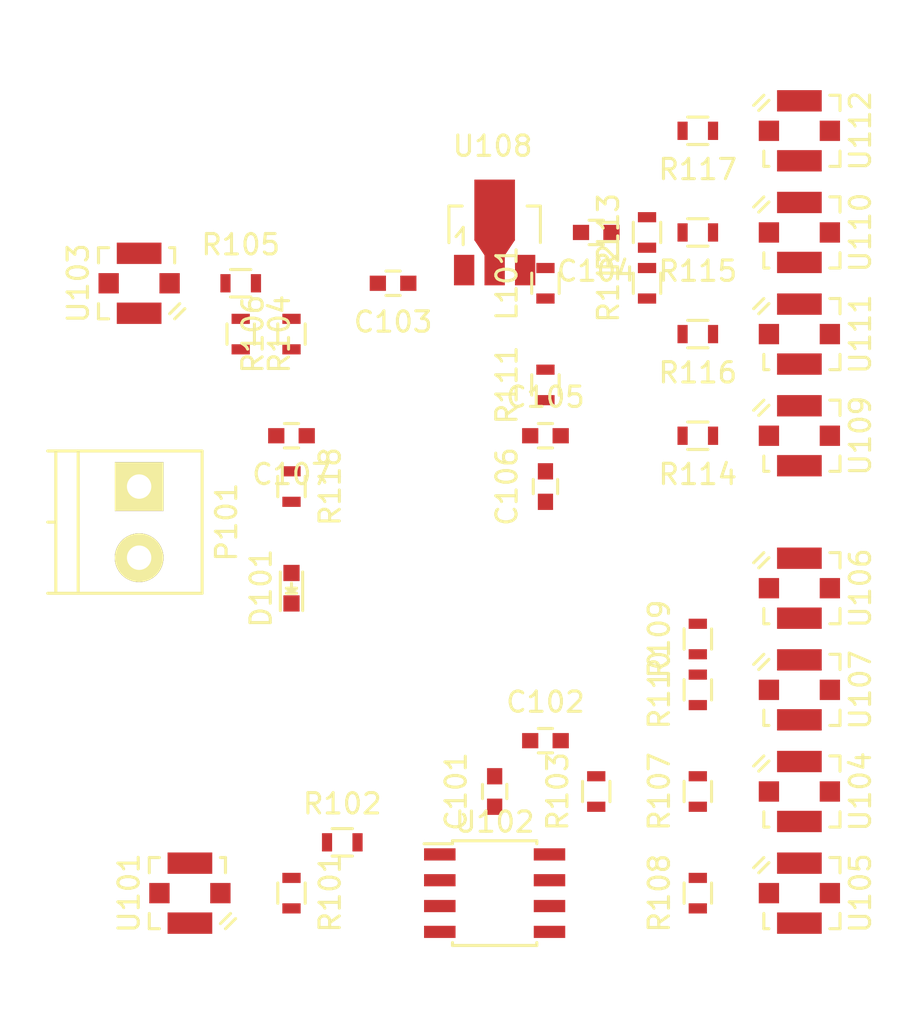
<source format=kicad_pcb>
(kicad_pcb (version 4) (host pcbnew 4.0.4-stable)

  (general
    (links 88)
    (no_connects 88)
    (area 0 0 0 0)
    (thickness 1.6)
    (drawings 0)
    (tracks 0)
    (zones 0)
    (modules 40)
    (nets 22)
  )

  (page A4)
  (layers
    (0 F.Cu signal)
    (31 B.Cu signal)
    (32 B.Adhes user)
    (33 F.Adhes user)
    (34 B.Paste user)
    (35 F.Paste user)
    (36 B.SilkS user)
    (37 F.SilkS user)
    (38 B.Mask user)
    (39 F.Mask user)
    (40 Dwgs.User user)
    (41 Cmts.User user)
    (42 Eco1.User user)
    (43 Eco2.User user)
    (44 Edge.Cuts user)
    (45 Margin user)
    (46 B.CrtYd user)
    (47 F.CrtYd user)
    (48 B.Fab user)
    (49 F.Fab user)
  )

  (setup
    (last_trace_width 0.25)
    (trace_clearance 0.2)
    (zone_clearance 0.508)
    (zone_45_only no)
    (trace_min 0.2)
    (segment_width 0.2)
    (edge_width 0.15)
    (via_size 0.6)
    (via_drill 0.4)
    (via_min_size 0.4)
    (via_min_drill 0.3)
    (uvia_size 0.3)
    (uvia_drill 0.1)
    (uvias_allowed no)
    (uvia_min_size 0.2)
    (uvia_min_drill 0.1)
    (pcb_text_width 0.3)
    (pcb_text_size 1.5 1.5)
    (mod_edge_width 0.15)
    (mod_text_size 1 1)
    (mod_text_width 0.15)
    (pad_size 1.524 1.524)
    (pad_drill 0.762)
    (pad_to_mask_clearance 0.2)
    (aux_axis_origin 0 0)
    (visible_elements FFFFFF7F)
    (pcbplotparams
      (layerselection 0x00030_80000001)
      (usegerberextensions false)
      (excludeedgelayer true)
      (linewidth 0.100000)
      (plotframeref false)
      (viasonmask false)
      (mode 1)
      (useauxorigin false)
      (hpglpennumber 1)
      (hpglpenspeed 20)
      (hpglpendiameter 15)
      (hpglpenoverlay 2)
      (psnegative false)
      (psa4output false)
      (plotreference true)
      (plotvalue true)
      (plotinvisibletext false)
      (padsonsilk false)
      (subtractmaskfromsilk false)
      (outputformat 1)
      (mirror false)
      (drillshape 1)
      (scaleselection 1)
      (outputdirectory ""))
  )

  (net 0 "")
  (net 1 GND)
  (net 2 +5V)
  (net 3 "Net-(C103-Pad1)")
  (net 4 "Net-(C103-Pad2)")
  (net 5 "Net-(C104-Pad1)")
  (net 6 "Net-(C104-Pad2)")
  (net 7 "Net-(C105-Pad1)")
  (net 8 "Net-(R101-Pad1)")
  (net 9 "Net-(R102-Pad2)")
  (net 10 "Net-(R103-Pad1)")
  (net 11 "Net-(R104-Pad1)")
  (net 12 "Net-(R107-Pad2)")
  (net 13 "Net-(R108-Pad2)")
  (net 14 "Net-(R109-Pad2)")
  (net 15 "Net-(R110-Pad2)")
  (net 16 "Net-(R113-Pad1)")
  (net 17 "Net-(R114-Pad1)")
  (net 18 "Net-(R115-Pad1)")
  (net 19 "Net-(R116-Pad1)")
  (net 20 "Net-(R117-Pad1)")
  (net 21 "Net-(D101-Pad2)")

  (net_class Default "This is the default net class."
    (clearance 0.2)
    (trace_width 0.25)
    (via_dia 0.6)
    (via_drill 0.4)
    (uvia_dia 0.3)
    (uvia_drill 0.1)
    (add_net +5V)
    (add_net GND)
    (add_net "Net-(C103-Pad1)")
    (add_net "Net-(C103-Pad2)")
    (add_net "Net-(C104-Pad1)")
    (add_net "Net-(C104-Pad2)")
    (add_net "Net-(C105-Pad1)")
    (add_net "Net-(D101-Pad2)")
    (add_net "Net-(R101-Pad1)")
    (add_net "Net-(R102-Pad2)")
    (add_net "Net-(R103-Pad1)")
    (add_net "Net-(R104-Pad1)")
    (add_net "Net-(R107-Pad2)")
    (add_net "Net-(R108-Pad2)")
    (add_net "Net-(R109-Pad2)")
    (add_net "Net-(R110-Pad2)")
    (add_net "Net-(R113-Pad1)")
    (add_net "Net-(R114-Pad1)")
    (add_net "Net-(R115-Pad1)")
    (add_net "Net-(R116-Pad1)")
    (add_net "Net-(R117-Pad1)")
  )

  (module Capacitors_SMD:C_0603 (layer F.Cu) (tedit 5415D631) (tstamp 580EF768)
    (at 160 82.5 90)
    (descr "Capacitor SMD 0603, reflow soldering, AVX (see smccp.pdf)")
    (tags "capacitor 0603")
    (path /580F2CDA)
    (attr smd)
    (fp_text reference C101 (at 0 -1.9 90) (layer F.SilkS)
      (effects (font (size 1 1) (thickness 0.15)))
    )
    (fp_text value "10 nF" (at 0 1.9 90) (layer F.Fab)
      (effects (font (size 1 1) (thickness 0.15)))
    )
    (fp_line (start -1.45 -0.75) (end 1.45 -0.75) (layer F.CrtYd) (width 0.05))
    (fp_line (start -1.45 0.75) (end 1.45 0.75) (layer F.CrtYd) (width 0.05))
    (fp_line (start -1.45 -0.75) (end -1.45 0.75) (layer F.CrtYd) (width 0.05))
    (fp_line (start 1.45 -0.75) (end 1.45 0.75) (layer F.CrtYd) (width 0.05))
    (fp_line (start -0.35 -0.6) (end 0.35 -0.6) (layer F.SilkS) (width 0.15))
    (fp_line (start 0.35 0.6) (end -0.35 0.6) (layer F.SilkS) (width 0.15))
    (pad 1 smd rect (at -0.75 0 90) (size 0.8 0.75) (layers F.Cu F.Paste F.Mask)
      (net 1 GND))
    (pad 2 smd rect (at 0.75 0 90) (size 0.8 0.75) (layers F.Cu F.Paste F.Mask)
      (net 2 +5V))
    (model Capacitors_SMD.3dshapes/C_0603.wrl
      (at (xyz 0 0 0))
      (scale (xyz 1 1 1))
      (rotate (xyz 0 0 0))
    )
  )

  (module Capacitors_SMD:C_0603 (layer F.Cu) (tedit 5415D631) (tstamp 580EF76E)
    (at 162.5 80)
    (descr "Capacitor SMD 0603, reflow soldering, AVX (see smccp.pdf)")
    (tags "capacitor 0603")
    (path /580F3005)
    (attr smd)
    (fp_text reference C102 (at 0 -1.9) (layer F.SilkS)
      (effects (font (size 1 1) (thickness 0.15)))
    )
    (fp_text value "100 nF" (at 0 1.9) (layer F.Fab)
      (effects (font (size 1 1) (thickness 0.15)))
    )
    (fp_line (start -1.45 -0.75) (end 1.45 -0.75) (layer F.CrtYd) (width 0.05))
    (fp_line (start -1.45 0.75) (end 1.45 0.75) (layer F.CrtYd) (width 0.05))
    (fp_line (start -1.45 -0.75) (end -1.45 0.75) (layer F.CrtYd) (width 0.05))
    (fp_line (start 1.45 -0.75) (end 1.45 0.75) (layer F.CrtYd) (width 0.05))
    (fp_line (start -0.35 -0.6) (end 0.35 -0.6) (layer F.SilkS) (width 0.15))
    (fp_line (start 0.35 0.6) (end -0.35 0.6) (layer F.SilkS) (width 0.15))
    (pad 1 smd rect (at -0.75 0) (size 0.8 0.75) (layers F.Cu F.Paste F.Mask)
      (net 1 GND))
    (pad 2 smd rect (at 0.75 0) (size 0.8 0.75) (layers F.Cu F.Paste F.Mask)
      (net 2 +5V))
    (model Capacitors_SMD.3dshapes/C_0603.wrl
      (at (xyz 0 0 0))
      (scale (xyz 1 1 1))
      (rotate (xyz 0 0 0))
    )
  )

  (module Capacitors_SMD:C_0603 (layer F.Cu) (tedit 5415D631) (tstamp 580EF774)
    (at 155 57.5 180)
    (descr "Capacitor SMD 0603, reflow soldering, AVX (see smccp.pdf)")
    (tags "capacitor 0603")
    (path /580F0A88)
    (attr smd)
    (fp_text reference C103 (at 0 -1.9 180) (layer F.SilkS)
      (effects (font (size 1 1) (thickness 0.15)))
    )
    (fp_text value "10 nF" (at 0 1.9 180) (layer F.Fab)
      (effects (font (size 1 1) (thickness 0.15)))
    )
    (fp_line (start -1.45 -0.75) (end 1.45 -0.75) (layer F.CrtYd) (width 0.05))
    (fp_line (start -1.45 0.75) (end 1.45 0.75) (layer F.CrtYd) (width 0.05))
    (fp_line (start -1.45 -0.75) (end -1.45 0.75) (layer F.CrtYd) (width 0.05))
    (fp_line (start 1.45 -0.75) (end 1.45 0.75) (layer F.CrtYd) (width 0.05))
    (fp_line (start -0.35 -0.6) (end 0.35 -0.6) (layer F.SilkS) (width 0.15))
    (fp_line (start 0.35 0.6) (end -0.35 0.6) (layer F.SilkS) (width 0.15))
    (pad 1 smd rect (at -0.75 0 180) (size 0.8 0.75) (layers F.Cu F.Paste F.Mask)
      (net 3 "Net-(C103-Pad1)"))
    (pad 2 smd rect (at 0.75 0 180) (size 0.8 0.75) (layers F.Cu F.Paste F.Mask)
      (net 4 "Net-(C103-Pad2)"))
    (model Capacitors_SMD.3dshapes/C_0603.wrl
      (at (xyz 0 0 0))
      (scale (xyz 1 1 1))
      (rotate (xyz 0 0 0))
    )
  )

  (module Capacitors_SMD:C_0603 (layer F.Cu) (tedit 5415D631) (tstamp 580EF77A)
    (at 165 55 180)
    (descr "Capacitor SMD 0603, reflow soldering, AVX (see smccp.pdf)")
    (tags "capacitor 0603")
    (path /580F0198)
    (attr smd)
    (fp_text reference C104 (at 0 -1.9 180) (layer F.SilkS)
      (effects (font (size 1 1) (thickness 0.15)))
    )
    (fp_text value "10 nF" (at 0 1.9 180) (layer F.Fab)
      (effects (font (size 1 1) (thickness 0.15)))
    )
    (fp_line (start -1.45 -0.75) (end 1.45 -0.75) (layer F.CrtYd) (width 0.05))
    (fp_line (start -1.45 0.75) (end 1.45 0.75) (layer F.CrtYd) (width 0.05))
    (fp_line (start -1.45 -0.75) (end -1.45 0.75) (layer F.CrtYd) (width 0.05))
    (fp_line (start 1.45 -0.75) (end 1.45 0.75) (layer F.CrtYd) (width 0.05))
    (fp_line (start -0.35 -0.6) (end 0.35 -0.6) (layer F.SilkS) (width 0.15))
    (fp_line (start 0.35 0.6) (end -0.35 0.6) (layer F.SilkS) (width 0.15))
    (pad 1 smd rect (at -0.75 0 180) (size 0.8 0.75) (layers F.Cu F.Paste F.Mask)
      (net 5 "Net-(C104-Pad1)"))
    (pad 2 smd rect (at 0.75 0 180) (size 0.8 0.75) (layers F.Cu F.Paste F.Mask)
      (net 6 "Net-(C104-Pad2)"))
    (model Capacitors_SMD.3dshapes/C_0603.wrl
      (at (xyz 0 0 0))
      (scale (xyz 1 1 1))
      (rotate (xyz 0 0 0))
    )
  )

  (module Capacitors_SMD:C_0603 (layer F.Cu) (tedit 5415D631) (tstamp 580EF780)
    (at 162.5 65)
    (descr "Capacitor SMD 0603, reflow soldering, AVX (see smccp.pdf)")
    (tags "capacitor 0603")
    (path /580F0396)
    (attr smd)
    (fp_text reference C105 (at 0 -1.9) (layer F.SilkS)
      (effects (font (size 1 1) (thickness 0.15)))
    )
    (fp_text value "10 nF" (at 0 1.9) (layer F.Fab)
      (effects (font (size 1 1) (thickness 0.15)))
    )
    (fp_line (start -1.45 -0.75) (end 1.45 -0.75) (layer F.CrtYd) (width 0.05))
    (fp_line (start -1.45 0.75) (end 1.45 0.75) (layer F.CrtYd) (width 0.05))
    (fp_line (start -1.45 -0.75) (end -1.45 0.75) (layer F.CrtYd) (width 0.05))
    (fp_line (start 1.45 -0.75) (end 1.45 0.75) (layer F.CrtYd) (width 0.05))
    (fp_line (start -0.35 -0.6) (end 0.35 -0.6) (layer F.SilkS) (width 0.15))
    (fp_line (start 0.35 0.6) (end -0.35 0.6) (layer F.SilkS) (width 0.15))
    (pad 1 smd rect (at -0.75 0) (size 0.8 0.75) (layers F.Cu F.Paste F.Mask)
      (net 7 "Net-(C105-Pad1)"))
    (pad 2 smd rect (at 0.75 0) (size 0.8 0.75) (layers F.Cu F.Paste F.Mask)
      (net 1 GND))
    (model Capacitors_SMD.3dshapes/C_0603.wrl
      (at (xyz 0 0 0))
      (scale (xyz 1 1 1))
      (rotate (xyz 0 0 0))
    )
  )

  (module Capacitors_SMD:C_0603 (layer F.Cu) (tedit 5415D631) (tstamp 580EF786)
    (at 162.5 67.5 90)
    (descr "Capacitor SMD 0603, reflow soldering, AVX (see smccp.pdf)")
    (tags "capacitor 0603")
    (path /580F03F8)
    (attr smd)
    (fp_text reference C106 (at 0 -1.9 90) (layer F.SilkS)
      (effects (font (size 1 1) (thickness 0.15)))
    )
    (fp_text value "100 nF" (at 0 1.9 90) (layer F.Fab)
      (effects (font (size 1 1) (thickness 0.15)))
    )
    (fp_line (start -1.45 -0.75) (end 1.45 -0.75) (layer F.CrtYd) (width 0.05))
    (fp_line (start -1.45 0.75) (end 1.45 0.75) (layer F.CrtYd) (width 0.05))
    (fp_line (start -1.45 -0.75) (end -1.45 0.75) (layer F.CrtYd) (width 0.05))
    (fp_line (start 1.45 -0.75) (end 1.45 0.75) (layer F.CrtYd) (width 0.05))
    (fp_line (start -0.35 -0.6) (end 0.35 -0.6) (layer F.SilkS) (width 0.15))
    (fp_line (start 0.35 0.6) (end -0.35 0.6) (layer F.SilkS) (width 0.15))
    (pad 1 smd rect (at -0.75 0 90) (size 0.8 0.75) (layers F.Cu F.Paste F.Mask)
      (net 7 "Net-(C105-Pad1)"))
    (pad 2 smd rect (at 0.75 0 90) (size 0.8 0.75) (layers F.Cu F.Paste F.Mask)
      (net 1 GND))
    (model Capacitors_SMD.3dshapes/C_0603.wrl
      (at (xyz 0 0 0))
      (scale (xyz 1 1 1))
      (rotate (xyz 0 0 0))
    )
  )

  (module Resistors_SMD:R_0603 (layer F.Cu) (tedit 5415CC62) (tstamp 580EF78C)
    (at 162.5 57.5 90)
    (descr "Resistor SMD 0603, reflow soldering, Vishay (see dcrcw.pdf)")
    (tags "resistor 0603")
    (path /580F020C)
    (attr smd)
    (fp_text reference L101 (at 0 -1.9 90) (layer F.SilkS)
      (effects (font (size 1 1) (thickness 0.15)))
    )
    (fp_text value "6.8 uH" (at 0 1.9 90) (layer F.Fab)
      (effects (font (size 1 1) (thickness 0.15)))
    )
    (fp_line (start -1.3 -0.8) (end 1.3 -0.8) (layer F.CrtYd) (width 0.05))
    (fp_line (start -1.3 0.8) (end 1.3 0.8) (layer F.CrtYd) (width 0.05))
    (fp_line (start -1.3 -0.8) (end -1.3 0.8) (layer F.CrtYd) (width 0.05))
    (fp_line (start 1.3 -0.8) (end 1.3 0.8) (layer F.CrtYd) (width 0.05))
    (fp_line (start 0.5 0.675) (end -0.5 0.675) (layer F.SilkS) (width 0.15))
    (fp_line (start -0.5 -0.675) (end 0.5 -0.675) (layer F.SilkS) (width 0.15))
    (pad 1 smd rect (at -0.75 0 90) (size 0.5 0.9) (layers F.Cu F.Paste F.Mask)
      (net 7 "Net-(C105-Pad1)"))
    (pad 2 smd rect (at 0.75 0 90) (size 0.5 0.9) (layers F.Cu F.Paste F.Mask)
      (net 6 "Net-(C104-Pad2)"))
    (model Resistors_SMD.3dshapes/R_0603.wrl
      (at (xyz 0 0 0))
      (scale (xyz 1 1 1))
      (rotate (xyz 0 0 0))
    )
  )

  (module Resistors_SMD:R_0603 (layer F.Cu) (tedit 5415CC62) (tstamp 580EF792)
    (at 150 87.5 270)
    (descr "Resistor SMD 0603, reflow soldering, Vishay (see dcrcw.pdf)")
    (tags "resistor 0603")
    (path /580F42D1)
    (attr smd)
    (fp_text reference R101 (at 0 -1.9 270) (layer F.SilkS)
      (effects (font (size 1 1) (thickness 0.15)))
    )
    (fp_text value DNP (at 0 1.9 270) (layer F.Fab)
      (effects (font (size 1 1) (thickness 0.15)))
    )
    (fp_line (start -1.3 -0.8) (end 1.3 -0.8) (layer F.CrtYd) (width 0.05))
    (fp_line (start -1.3 0.8) (end 1.3 0.8) (layer F.CrtYd) (width 0.05))
    (fp_line (start -1.3 -0.8) (end -1.3 0.8) (layer F.CrtYd) (width 0.05))
    (fp_line (start 1.3 -0.8) (end 1.3 0.8) (layer F.CrtYd) (width 0.05))
    (fp_line (start 0.5 0.675) (end -0.5 0.675) (layer F.SilkS) (width 0.15))
    (fp_line (start -0.5 -0.675) (end 0.5 -0.675) (layer F.SilkS) (width 0.15))
    (pad 1 smd rect (at -0.75 0 270) (size 0.5 0.9) (layers F.Cu F.Paste F.Mask)
      (net 8 "Net-(R101-Pad1)"))
    (pad 2 smd rect (at 0.75 0 270) (size 0.5 0.9) (layers F.Cu F.Paste F.Mask)
      (net 1 GND))
    (model Resistors_SMD.3dshapes/R_0603.wrl
      (at (xyz 0 0 0))
      (scale (xyz 1 1 1))
      (rotate (xyz 0 0 0))
    )
  )

  (module Resistors_SMD:R_0603 (layer F.Cu) (tedit 5415CC62) (tstamp 580EF798)
    (at 152.5 85)
    (descr "Resistor SMD 0603, reflow soldering, Vishay (see dcrcw.pdf)")
    (tags "resistor 0603")
    (path /580F4009)
    (attr smd)
    (fp_text reference R102 (at 0 -1.9) (layer F.SilkS)
      (effects (font (size 1 1) (thickness 0.15)))
    )
    (fp_text value DNP (at 0 1.9) (layer F.Fab)
      (effects (font (size 1 1) (thickness 0.15)))
    )
    (fp_line (start -1.3 -0.8) (end 1.3 -0.8) (layer F.CrtYd) (width 0.05))
    (fp_line (start -1.3 0.8) (end 1.3 0.8) (layer F.CrtYd) (width 0.05))
    (fp_line (start -1.3 -0.8) (end -1.3 0.8) (layer F.CrtYd) (width 0.05))
    (fp_line (start 1.3 -0.8) (end 1.3 0.8) (layer F.CrtYd) (width 0.05))
    (fp_line (start 0.5 0.675) (end -0.5 0.675) (layer F.SilkS) (width 0.15))
    (fp_line (start -0.5 -0.675) (end 0.5 -0.675) (layer F.SilkS) (width 0.15))
    (pad 1 smd rect (at -0.75 0) (size 0.5 0.9) (layers F.Cu F.Paste F.Mask)
      (net 8 "Net-(R101-Pad1)"))
    (pad 2 smd rect (at 0.75 0) (size 0.5 0.9) (layers F.Cu F.Paste F.Mask)
      (net 9 "Net-(R102-Pad2)"))
    (model Resistors_SMD.3dshapes/R_0603.wrl
      (at (xyz 0 0 0))
      (scale (xyz 1 1 1))
      (rotate (xyz 0 0 0))
    )
  )

  (module Resistors_SMD:R_0603 (layer F.Cu) (tedit 5415CC62) (tstamp 580EF79E)
    (at 165 82.5 90)
    (descr "Resistor SMD 0603, reflow soldering, Vishay (see dcrcw.pdf)")
    (tags "resistor 0603")
    (path /580F3326)
    (attr smd)
    (fp_text reference R103 (at 0 -1.9 90) (layer F.SilkS)
      (effects (font (size 1 1) (thickness 0.15)))
    )
    (fp_text value 10k (at 0 1.9 90) (layer F.Fab)
      (effects (font (size 1 1) (thickness 0.15)))
    )
    (fp_line (start -1.3 -0.8) (end 1.3 -0.8) (layer F.CrtYd) (width 0.05))
    (fp_line (start -1.3 0.8) (end 1.3 0.8) (layer F.CrtYd) (width 0.05))
    (fp_line (start -1.3 -0.8) (end -1.3 0.8) (layer F.CrtYd) (width 0.05))
    (fp_line (start 1.3 -0.8) (end 1.3 0.8) (layer F.CrtYd) (width 0.05))
    (fp_line (start 0.5 0.675) (end -0.5 0.675) (layer F.SilkS) (width 0.15))
    (fp_line (start -0.5 -0.675) (end 0.5 -0.675) (layer F.SilkS) (width 0.15))
    (pad 1 smd rect (at -0.75 0 90) (size 0.5 0.9) (layers F.Cu F.Paste F.Mask)
      (net 10 "Net-(R103-Pad1)"))
    (pad 2 smd rect (at 0.75 0 90) (size 0.5 0.9) (layers F.Cu F.Paste F.Mask)
      (net 2 +5V))
    (model Resistors_SMD.3dshapes/R_0603.wrl
      (at (xyz 0 0 0))
      (scale (xyz 1 1 1))
      (rotate (xyz 0 0 0))
    )
  )

  (module Resistors_SMD:R_0603 (layer F.Cu) (tedit 5415CC62) (tstamp 580EF7A4)
    (at 147.5 60 270)
    (descr "Resistor SMD 0603, reflow soldering, Vishay (see dcrcw.pdf)")
    (tags "resistor 0603")
    (path /580F1156)
    (attr smd)
    (fp_text reference R104 (at 0 -1.9 270) (layer F.SilkS)
      (effects (font (size 1 1) (thickness 0.15)))
    )
    (fp_text value DNP (at 0 1.9 270) (layer F.Fab)
      (effects (font (size 1 1) (thickness 0.15)))
    )
    (fp_line (start -1.3 -0.8) (end 1.3 -0.8) (layer F.CrtYd) (width 0.05))
    (fp_line (start -1.3 0.8) (end 1.3 0.8) (layer F.CrtYd) (width 0.05))
    (fp_line (start -1.3 -0.8) (end -1.3 0.8) (layer F.CrtYd) (width 0.05))
    (fp_line (start 1.3 -0.8) (end 1.3 0.8) (layer F.CrtYd) (width 0.05))
    (fp_line (start 0.5 0.675) (end -0.5 0.675) (layer F.SilkS) (width 0.15))
    (fp_line (start -0.5 -0.675) (end 0.5 -0.675) (layer F.SilkS) (width 0.15))
    (pad 1 smd rect (at -0.75 0 270) (size 0.5 0.9) (layers F.Cu F.Paste F.Mask)
      (net 11 "Net-(R104-Pad1)"))
    (pad 2 smd rect (at 0.75 0 270) (size 0.5 0.9) (layers F.Cu F.Paste F.Mask)
      (net 1 GND))
    (model Resistors_SMD.3dshapes/R_0603.wrl
      (at (xyz 0 0 0))
      (scale (xyz 1 1 1))
      (rotate (xyz 0 0 0))
    )
  )

  (module Resistors_SMD:R_0603 (layer F.Cu) (tedit 5415CC62) (tstamp 580EF7AA)
    (at 147.5 57.5)
    (descr "Resistor SMD 0603, reflow soldering, Vishay (see dcrcw.pdf)")
    (tags "resistor 0603")
    (path /580F1045)
    (attr smd)
    (fp_text reference R105 (at 0 -1.9) (layer F.SilkS)
      (effects (font (size 1 1) (thickness 0.15)))
    )
    (fp_text value JMP (at 0 1.9) (layer F.Fab)
      (effects (font (size 1 1) (thickness 0.15)))
    )
    (fp_line (start -1.3 -0.8) (end 1.3 -0.8) (layer F.CrtYd) (width 0.05))
    (fp_line (start -1.3 0.8) (end 1.3 0.8) (layer F.CrtYd) (width 0.05))
    (fp_line (start -1.3 -0.8) (end -1.3 0.8) (layer F.CrtYd) (width 0.05))
    (fp_line (start 1.3 -0.8) (end 1.3 0.8) (layer F.CrtYd) (width 0.05))
    (fp_line (start 0.5 0.675) (end -0.5 0.675) (layer F.SilkS) (width 0.15))
    (fp_line (start -0.5 -0.675) (end 0.5 -0.675) (layer F.SilkS) (width 0.15))
    (pad 1 smd rect (at -0.75 0) (size 0.5 0.9) (layers F.Cu F.Paste F.Mask)
      (net 11 "Net-(R104-Pad1)"))
    (pad 2 smd rect (at 0.75 0) (size 0.5 0.9) (layers F.Cu F.Paste F.Mask)
      (net 4 "Net-(C103-Pad2)"))
    (model Resistors_SMD.3dshapes/R_0603.wrl
      (at (xyz 0 0 0))
      (scale (xyz 1 1 1))
      (rotate (xyz 0 0 0))
    )
  )

  (module Resistors_SMD:R_0603 (layer F.Cu) (tedit 5415CC62) (tstamp 580EF7B0)
    (at 150 60 90)
    (descr "Resistor SMD 0603, reflow soldering, Vishay (see dcrcw.pdf)")
    (tags "resistor 0603")
    (path /580F13AF)
    (attr smd)
    (fp_text reference R106 (at 0 -1.9 90) (layer F.SilkS)
      (effects (font (size 1 1) (thickness 0.15)))
    )
    (fp_text value DNP (at 0 1.9 90) (layer F.Fab)
      (effects (font (size 1 1) (thickness 0.15)))
    )
    (fp_line (start -1.3 -0.8) (end 1.3 -0.8) (layer F.CrtYd) (width 0.05))
    (fp_line (start -1.3 0.8) (end 1.3 0.8) (layer F.CrtYd) (width 0.05))
    (fp_line (start -1.3 -0.8) (end -1.3 0.8) (layer F.CrtYd) (width 0.05))
    (fp_line (start 1.3 -0.8) (end 1.3 0.8) (layer F.CrtYd) (width 0.05))
    (fp_line (start 0.5 0.675) (end -0.5 0.675) (layer F.SilkS) (width 0.15))
    (fp_line (start -0.5 -0.675) (end 0.5 -0.675) (layer F.SilkS) (width 0.15))
    (pad 1 smd rect (at -0.75 0 90) (size 0.5 0.9) (layers F.Cu F.Paste F.Mask)
      (net 1 GND))
    (pad 2 smd rect (at 0.75 0 90) (size 0.5 0.9) (layers F.Cu F.Paste F.Mask)
      (net 4 "Net-(C103-Pad2)"))
    (model Resistors_SMD.3dshapes/R_0603.wrl
      (at (xyz 0 0 0))
      (scale (xyz 1 1 1))
      (rotate (xyz 0 0 0))
    )
  )

  (module Resistors_SMD:R_0603 (layer F.Cu) (tedit 5415CC62) (tstamp 580EF7B6)
    (at 170 82.5 90)
    (descr "Resistor SMD 0603, reflow soldering, Vishay (see dcrcw.pdf)")
    (tags "resistor 0603")
    (path /580F2251)
    (attr smd)
    (fp_text reference R107 (at 0 -1.9 90) (layer F.SilkS)
      (effects (font (size 1 1) (thickness 0.15)))
    )
    (fp_text value DNP (at 0 1.9 90) (layer F.Fab)
      (effects (font (size 1 1) (thickness 0.15)))
    )
    (fp_line (start -1.3 -0.8) (end 1.3 -0.8) (layer F.CrtYd) (width 0.05))
    (fp_line (start -1.3 0.8) (end 1.3 0.8) (layer F.CrtYd) (width 0.05))
    (fp_line (start -1.3 -0.8) (end -1.3 0.8) (layer F.CrtYd) (width 0.05))
    (fp_line (start 1.3 -0.8) (end 1.3 0.8) (layer F.CrtYd) (width 0.05))
    (fp_line (start 0.5 0.675) (end -0.5 0.675) (layer F.SilkS) (width 0.15))
    (fp_line (start -0.5 -0.675) (end 0.5 -0.675) (layer F.SilkS) (width 0.15))
    (pad 1 smd rect (at -0.75 0 90) (size 0.5 0.9) (layers F.Cu F.Paste F.Mask)
      (net 1 GND))
    (pad 2 smd rect (at 0.75 0 90) (size 0.5 0.9) (layers F.Cu F.Paste F.Mask)
      (net 12 "Net-(R107-Pad2)"))
    (model Resistors_SMD.3dshapes/R_0603.wrl
      (at (xyz 0 0 0))
      (scale (xyz 1 1 1))
      (rotate (xyz 0 0 0))
    )
  )

  (module Resistors_SMD:R_0603 (layer F.Cu) (tedit 5415CC62) (tstamp 580EF7BC)
    (at 170 87.5 90)
    (descr "Resistor SMD 0603, reflow soldering, Vishay (see dcrcw.pdf)")
    (tags "resistor 0603")
    (path /580F2306)
    (attr smd)
    (fp_text reference R108 (at 0 -1.9 90) (layer F.SilkS)
      (effects (font (size 1 1) (thickness 0.15)))
    )
    (fp_text value DNP (at 0 1.9 90) (layer F.Fab)
      (effects (font (size 1 1) (thickness 0.15)))
    )
    (fp_line (start -1.3 -0.8) (end 1.3 -0.8) (layer F.CrtYd) (width 0.05))
    (fp_line (start -1.3 0.8) (end 1.3 0.8) (layer F.CrtYd) (width 0.05))
    (fp_line (start -1.3 -0.8) (end -1.3 0.8) (layer F.CrtYd) (width 0.05))
    (fp_line (start 1.3 -0.8) (end 1.3 0.8) (layer F.CrtYd) (width 0.05))
    (fp_line (start 0.5 0.675) (end -0.5 0.675) (layer F.SilkS) (width 0.15))
    (fp_line (start -0.5 -0.675) (end 0.5 -0.675) (layer F.SilkS) (width 0.15))
    (pad 1 smd rect (at -0.75 0 90) (size 0.5 0.9) (layers F.Cu F.Paste F.Mask)
      (net 1 GND))
    (pad 2 smd rect (at 0.75 0 90) (size 0.5 0.9) (layers F.Cu F.Paste F.Mask)
      (net 13 "Net-(R108-Pad2)"))
    (model Resistors_SMD.3dshapes/R_0603.wrl
      (at (xyz 0 0 0))
      (scale (xyz 1 1 1))
      (rotate (xyz 0 0 0))
    )
  )

  (module Resistors_SMD:R_0603 (layer F.Cu) (tedit 5415CC62) (tstamp 580EF7C2)
    (at 170 75 90)
    (descr "Resistor SMD 0603, reflow soldering, Vishay (see dcrcw.pdf)")
    (tags "resistor 0603")
    (path /580F1E00)
    (attr smd)
    (fp_text reference R109 (at 0 -1.9 90) (layer F.SilkS)
      (effects (font (size 1 1) (thickness 0.15)))
    )
    (fp_text value DNP (at 0 1.9 90) (layer F.Fab)
      (effects (font (size 1 1) (thickness 0.15)))
    )
    (fp_line (start -1.3 -0.8) (end 1.3 -0.8) (layer F.CrtYd) (width 0.05))
    (fp_line (start -1.3 0.8) (end 1.3 0.8) (layer F.CrtYd) (width 0.05))
    (fp_line (start -1.3 -0.8) (end -1.3 0.8) (layer F.CrtYd) (width 0.05))
    (fp_line (start 1.3 -0.8) (end 1.3 0.8) (layer F.CrtYd) (width 0.05))
    (fp_line (start 0.5 0.675) (end -0.5 0.675) (layer F.SilkS) (width 0.15))
    (fp_line (start -0.5 -0.675) (end 0.5 -0.675) (layer F.SilkS) (width 0.15))
    (pad 1 smd rect (at -0.75 0 90) (size 0.5 0.9) (layers F.Cu F.Paste F.Mask)
      (net 1 GND))
    (pad 2 smd rect (at 0.75 0 90) (size 0.5 0.9) (layers F.Cu F.Paste F.Mask)
      (net 14 "Net-(R109-Pad2)"))
    (model Resistors_SMD.3dshapes/R_0603.wrl
      (at (xyz 0 0 0))
      (scale (xyz 1 1 1))
      (rotate (xyz 0 0 0))
    )
  )

  (module Resistors_SMD:R_0603 (layer F.Cu) (tedit 5415CC62) (tstamp 580EF7C8)
    (at 170 77.5 90)
    (descr "Resistor SMD 0603, reflow soldering, Vishay (see dcrcw.pdf)")
    (tags "resistor 0603")
    (path /580F207C)
    (attr smd)
    (fp_text reference R110 (at 0 -1.9 90) (layer F.SilkS)
      (effects (font (size 1 1) (thickness 0.15)))
    )
    (fp_text value DNP (at 0 1.9 90) (layer F.Fab)
      (effects (font (size 1 1) (thickness 0.15)))
    )
    (fp_line (start -1.3 -0.8) (end 1.3 -0.8) (layer F.CrtYd) (width 0.05))
    (fp_line (start -1.3 0.8) (end 1.3 0.8) (layer F.CrtYd) (width 0.05))
    (fp_line (start -1.3 -0.8) (end -1.3 0.8) (layer F.CrtYd) (width 0.05))
    (fp_line (start 1.3 -0.8) (end 1.3 0.8) (layer F.CrtYd) (width 0.05))
    (fp_line (start 0.5 0.675) (end -0.5 0.675) (layer F.SilkS) (width 0.15))
    (fp_line (start -0.5 -0.675) (end 0.5 -0.675) (layer F.SilkS) (width 0.15))
    (pad 1 smd rect (at -0.75 0 90) (size 0.5 0.9) (layers F.Cu F.Paste F.Mask)
      (net 1 GND))
    (pad 2 smd rect (at 0.75 0 90) (size 0.5 0.9) (layers F.Cu F.Paste F.Mask)
      (net 15 "Net-(R110-Pad2)"))
    (model Resistors_SMD.3dshapes/R_0603.wrl
      (at (xyz 0 0 0))
      (scale (xyz 1 1 1))
      (rotate (xyz 0 0 0))
    )
  )

  (module Resistors_SMD:R_0603 (layer F.Cu) (tedit 5415CC62) (tstamp 580EF7CE)
    (at 162.5 62.5 90)
    (descr "Resistor SMD 0603, reflow soldering, Vishay (see dcrcw.pdf)")
    (tags "resistor 0603")
    (path /580F0875)
    (attr smd)
    (fp_text reference R111 (at 0 -1.9 90) (layer F.SilkS)
      (effects (font (size 1 1) (thickness 0.15)))
    )
    (fp_text value 0 (at 0 1.9 90) (layer F.Fab)
      (effects (font (size 1 1) (thickness 0.15)))
    )
    (fp_line (start -1.3 -0.8) (end 1.3 -0.8) (layer F.CrtYd) (width 0.05))
    (fp_line (start -1.3 0.8) (end 1.3 0.8) (layer F.CrtYd) (width 0.05))
    (fp_line (start -1.3 -0.8) (end -1.3 0.8) (layer F.CrtYd) (width 0.05))
    (fp_line (start 1.3 -0.8) (end 1.3 0.8) (layer F.CrtYd) (width 0.05))
    (fp_line (start 0.5 0.675) (end -0.5 0.675) (layer F.SilkS) (width 0.15))
    (fp_line (start -0.5 -0.675) (end 0.5 -0.675) (layer F.SilkS) (width 0.15))
    (pad 1 smd rect (at -0.75 0 90) (size 0.5 0.9) (layers F.Cu F.Paste F.Mask)
      (net 7 "Net-(C105-Pad1)"))
    (pad 2 smd rect (at 0.75 0 90) (size 0.5 0.9) (layers F.Cu F.Paste F.Mask)
      (net 2 +5V))
    (model Resistors_SMD.3dshapes/R_0603.wrl
      (at (xyz 0 0 0))
      (scale (xyz 1 1 1))
      (rotate (xyz 0 0 0))
    )
  )

  (module Resistors_SMD:R_0603 (layer F.Cu) (tedit 5415CC62) (tstamp 580EF7D4)
    (at 167.5 57.5 90)
    (descr "Resistor SMD 0603, reflow soldering, Vishay (see dcrcw.pdf)")
    (tags "resistor 0603")
    (path /580F0064)
    (attr smd)
    (fp_text reference R112 (at 0 -1.9 90) (layer F.SilkS)
      (effects (font (size 1 1) (thickness 0.15)))
    )
    (fp_text value DNP (at 0 1.9 90) (layer F.Fab)
      (effects (font (size 1 1) (thickness 0.15)))
    )
    (fp_line (start -1.3 -0.8) (end 1.3 -0.8) (layer F.CrtYd) (width 0.05))
    (fp_line (start -1.3 0.8) (end 1.3 0.8) (layer F.CrtYd) (width 0.05))
    (fp_line (start -1.3 -0.8) (end -1.3 0.8) (layer F.CrtYd) (width 0.05))
    (fp_line (start 1.3 -0.8) (end 1.3 0.8) (layer F.CrtYd) (width 0.05))
    (fp_line (start 0.5 0.675) (end -0.5 0.675) (layer F.SilkS) (width 0.15))
    (fp_line (start -0.5 -0.675) (end 0.5 -0.675) (layer F.SilkS) (width 0.15))
    (pad 1 smd rect (at -0.75 0 90) (size 0.5 0.9) (layers F.Cu F.Paste F.Mask)
      (net 1 GND))
    (pad 2 smd rect (at 0.75 0 90) (size 0.5 0.9) (layers F.Cu F.Paste F.Mask)
      (net 5 "Net-(C104-Pad1)"))
    (model Resistors_SMD.3dshapes/R_0603.wrl
      (at (xyz 0 0 0))
      (scale (xyz 1 1 1))
      (rotate (xyz 0 0 0))
    )
  )

  (module Resistors_SMD:R_0603 (layer F.Cu) (tedit 5415CC62) (tstamp 580EF7DA)
    (at 167.5 55 90)
    (descr "Resistor SMD 0603, reflow soldering, Vishay (see dcrcw.pdf)")
    (tags "resistor 0603")
    (path /580EFF16)
    (attr smd)
    (fp_text reference R113 (at 0 -1.9 90) (layer F.SilkS)
      (effects (font (size 1 1) (thickness 0.15)))
    )
    (fp_text value 600 (at 0 1.9 90) (layer F.Fab)
      (effects (font (size 1 1) (thickness 0.15)))
    )
    (fp_line (start -1.3 -0.8) (end 1.3 -0.8) (layer F.CrtYd) (width 0.05))
    (fp_line (start -1.3 0.8) (end 1.3 0.8) (layer F.CrtYd) (width 0.05))
    (fp_line (start -1.3 -0.8) (end -1.3 0.8) (layer F.CrtYd) (width 0.05))
    (fp_line (start 1.3 -0.8) (end 1.3 0.8) (layer F.CrtYd) (width 0.05))
    (fp_line (start 0.5 0.675) (end -0.5 0.675) (layer F.SilkS) (width 0.15))
    (fp_line (start -0.5 -0.675) (end 0.5 -0.675) (layer F.SilkS) (width 0.15))
    (pad 1 smd rect (at -0.75 0 90) (size 0.5 0.9) (layers F.Cu F.Paste F.Mask)
      (net 16 "Net-(R113-Pad1)"))
    (pad 2 smd rect (at 0.75 0 90) (size 0.5 0.9) (layers F.Cu F.Paste F.Mask)
      (net 5 "Net-(C104-Pad1)"))
    (model Resistors_SMD.3dshapes/R_0603.wrl
      (at (xyz 0 0 0))
      (scale (xyz 1 1 1))
      (rotate (xyz 0 0 0))
    )
  )

  (module Resistors_SMD:R_0603 (layer F.Cu) (tedit 5415CC62) (tstamp 580EF7E0)
    (at 170 65 180)
    (descr "Resistor SMD 0603, reflow soldering, Vishay (see dcrcw.pdf)")
    (tags "resistor 0603")
    (path /580EF5BC)
    (attr smd)
    (fp_text reference R114 (at 0 -1.9 180) (layer F.SilkS)
      (effects (font (size 1 1) (thickness 0.15)))
    )
    (fp_text value 600 (at 0 1.9 180) (layer F.Fab)
      (effects (font (size 1 1) (thickness 0.15)))
    )
    (fp_line (start -1.3 -0.8) (end 1.3 -0.8) (layer F.CrtYd) (width 0.05))
    (fp_line (start -1.3 0.8) (end 1.3 0.8) (layer F.CrtYd) (width 0.05))
    (fp_line (start -1.3 -0.8) (end -1.3 0.8) (layer F.CrtYd) (width 0.05))
    (fp_line (start 1.3 -0.8) (end 1.3 0.8) (layer F.CrtYd) (width 0.05))
    (fp_line (start 0.5 0.675) (end -0.5 0.675) (layer F.SilkS) (width 0.15))
    (fp_line (start -0.5 -0.675) (end 0.5 -0.675) (layer F.SilkS) (width 0.15))
    (pad 1 smd rect (at -0.75 0 180) (size 0.5 0.9) (layers F.Cu F.Paste F.Mask)
      (net 17 "Net-(R114-Pad1)"))
    (pad 2 smd rect (at 0.75 0 180) (size 0.5 0.9) (layers F.Cu F.Paste F.Mask)
      (net 16 "Net-(R113-Pad1)"))
    (model Resistors_SMD.3dshapes/R_0603.wrl
      (at (xyz 0 0 0))
      (scale (xyz 1 1 1))
      (rotate (xyz 0 0 0))
    )
  )

  (module Resistors_SMD:R_0603 (layer F.Cu) (tedit 5415CC62) (tstamp 580EF7E6)
    (at 170 55 180)
    (descr "Resistor SMD 0603, reflow soldering, Vishay (see dcrcw.pdf)")
    (tags "resistor 0603")
    (path /580EFB2B)
    (attr smd)
    (fp_text reference R115 (at 0 -1.9 180) (layer F.SilkS)
      (effects (font (size 1 1) (thickness 0.15)))
    )
    (fp_text value 600 (at 0 1.9 180) (layer F.Fab)
      (effects (font (size 1 1) (thickness 0.15)))
    )
    (fp_line (start -1.3 -0.8) (end 1.3 -0.8) (layer F.CrtYd) (width 0.05))
    (fp_line (start -1.3 0.8) (end 1.3 0.8) (layer F.CrtYd) (width 0.05))
    (fp_line (start -1.3 -0.8) (end -1.3 0.8) (layer F.CrtYd) (width 0.05))
    (fp_line (start 1.3 -0.8) (end 1.3 0.8) (layer F.CrtYd) (width 0.05))
    (fp_line (start 0.5 0.675) (end -0.5 0.675) (layer F.SilkS) (width 0.15))
    (fp_line (start -0.5 -0.675) (end 0.5 -0.675) (layer F.SilkS) (width 0.15))
    (pad 1 smd rect (at -0.75 0 180) (size 0.5 0.9) (layers F.Cu F.Paste F.Mask)
      (net 18 "Net-(R115-Pad1)"))
    (pad 2 smd rect (at 0.75 0 180) (size 0.5 0.9) (layers F.Cu F.Paste F.Mask)
      (net 16 "Net-(R113-Pad1)"))
    (model Resistors_SMD.3dshapes/R_0603.wrl
      (at (xyz 0 0 0))
      (scale (xyz 1 1 1))
      (rotate (xyz 0 0 0))
    )
  )

  (module Resistors_SMD:R_0603 (layer F.Cu) (tedit 5415CC62) (tstamp 580EF7EC)
    (at 170 60 180)
    (descr "Resistor SMD 0603, reflow soldering, Vishay (see dcrcw.pdf)")
    (tags "resistor 0603")
    (path /580EF345)
    (attr smd)
    (fp_text reference R116 (at 0 -1.9 180) (layer F.SilkS)
      (effects (font (size 1 1) (thickness 0.15)))
    )
    (fp_text value 600 (at 0 1.9 180) (layer F.Fab)
      (effects (font (size 1 1) (thickness 0.15)))
    )
    (fp_line (start -1.3 -0.8) (end 1.3 -0.8) (layer F.CrtYd) (width 0.05))
    (fp_line (start -1.3 0.8) (end 1.3 0.8) (layer F.CrtYd) (width 0.05))
    (fp_line (start -1.3 -0.8) (end -1.3 0.8) (layer F.CrtYd) (width 0.05))
    (fp_line (start 1.3 -0.8) (end 1.3 0.8) (layer F.CrtYd) (width 0.05))
    (fp_line (start 0.5 0.675) (end -0.5 0.675) (layer F.SilkS) (width 0.15))
    (fp_line (start -0.5 -0.675) (end 0.5 -0.675) (layer F.SilkS) (width 0.15))
    (pad 1 smd rect (at -0.75 0 180) (size 0.5 0.9) (layers F.Cu F.Paste F.Mask)
      (net 19 "Net-(R116-Pad1)"))
    (pad 2 smd rect (at 0.75 0 180) (size 0.5 0.9) (layers F.Cu F.Paste F.Mask)
      (net 16 "Net-(R113-Pad1)"))
    (model Resistors_SMD.3dshapes/R_0603.wrl
      (at (xyz 0 0 0))
      (scale (xyz 1 1 1))
      (rotate (xyz 0 0 0))
    )
  )

  (module Resistors_SMD:R_0603 (layer F.Cu) (tedit 5415CC62) (tstamp 580EF7F2)
    (at 170 50 180)
    (descr "Resistor SMD 0603, reflow soldering, Vishay (see dcrcw.pdf)")
    (tags "resistor 0603")
    (path /580EFB12)
    (attr smd)
    (fp_text reference R117 (at 0 -1.9 180) (layer F.SilkS)
      (effects (font (size 1 1) (thickness 0.15)))
    )
    (fp_text value 600 (at 0 1.9 180) (layer F.Fab)
      (effects (font (size 1 1) (thickness 0.15)))
    )
    (fp_line (start -1.3 -0.8) (end 1.3 -0.8) (layer F.CrtYd) (width 0.05))
    (fp_line (start -1.3 0.8) (end 1.3 0.8) (layer F.CrtYd) (width 0.05))
    (fp_line (start -1.3 -0.8) (end -1.3 0.8) (layer F.CrtYd) (width 0.05))
    (fp_line (start 1.3 -0.8) (end 1.3 0.8) (layer F.CrtYd) (width 0.05))
    (fp_line (start 0.5 0.675) (end -0.5 0.675) (layer F.SilkS) (width 0.15))
    (fp_line (start -0.5 -0.675) (end 0.5 -0.675) (layer F.SilkS) (width 0.15))
    (pad 1 smd rect (at -0.75 0 180) (size 0.5 0.9) (layers F.Cu F.Paste F.Mask)
      (net 20 "Net-(R117-Pad1)"))
    (pad 2 smd rect (at 0.75 0 180) (size 0.5 0.9) (layers F.Cu F.Paste F.Mask)
      (net 16 "Net-(R113-Pad1)"))
    (model Resistors_SMD.3dshapes/R_0603.wrl
      (at (xyz 0 0 0))
      (scale (xyz 1 1 1))
      (rotate (xyz 0 0 0))
    )
  )

  (module vna_footprints:734120110_ufl_umc (layer F.Cu) (tedit 572C3397) (tstamp 580EF7FA)
    (at 145 87.5 90)
    (path /580F3B31)
    (fp_text reference U101 (at 0 -3 90) (layer F.SilkS)
      (effects (font (size 1 1) (thickness 0.15)))
    )
    (fp_text value CONN_SMA_2GND (at 0 -5 90) (layer F.Fab)
      (effects (font (size 1 1) (thickness 0.15)))
    )
    (fp_line (start -1.75 1.75) (end -1.25 2.25) (layer F.SilkS) (width 0.15))
    (fp_line (start -1.75 -2) (end -1.75 -1.5) (layer F.SilkS) (width 0.15))
    (fp_line (start -1 -2) (end -1.75 -2) (layer F.SilkS) (width 0.15))
    (fp_line (start 1.75 -2) (end 1 -2) (layer F.SilkS) (width 0.15))
    (fp_line (start 1.75 -1.5) (end 1.75 -2) (layer F.SilkS) (width 0.15))
    (fp_line (start 1.75 1.75) (end 1.75 1.5) (layer F.SilkS) (width 0.15))
    (fp_line (start 1 1.75) (end 1.75 1.75) (layer F.SilkS) (width 0.15))
    (fp_line (start -1.5 1.5) (end -1 2) (layer F.SilkS) (width 0.15))
    (pad 1 smd rect (at 0 1.5 90) (size 1 1) (layers F.Cu F.Paste F.Mask)
      (net 8 "Net-(R101-Pad1)"))
    (pad 2 smd rect (at -1.475 0 90) (size 1.05 2.2) (layers F.Cu F.Paste F.Mask)
      (net 1 GND))
    (pad 2 smd rect (at 1.475 0 90) (size 1.05 2.2) (layers F.Cu F.Paste F.Mask)
      (net 1 GND))
    (pad 3 smd rect (at 0 -1.5 90) (size 1 1) (layers F.Cu F.Paste F.Mask)
      (net 1 GND))
  )

  (module Housings_SOIC:SOIC-8_3.9x4.9mm_Pitch1.27mm (layer F.Cu) (tedit 54130A77) (tstamp 580EF806)
    (at 160 87.5)
    (descr "8-Lead Plastic Small Outline (SN) - Narrow, 3.90 mm Body [SOIC] (see Microchip Packaging Specification 00000049BS.pdf)")
    (tags "SOIC 1.27")
    (path /580F263E)
    (attr smd)
    (fp_text reference U102 (at 0 -3.5) (layer F.SilkS)
      (effects (font (size 1 1) (thickness 0.15)))
    )
    (fp_text value NB3N551 (at 0 3.5) (layer F.Fab)
      (effects (font (size 1 1) (thickness 0.15)))
    )
    (fp_line (start -3.75 -2.75) (end -3.75 2.75) (layer F.CrtYd) (width 0.05))
    (fp_line (start 3.75 -2.75) (end 3.75 2.75) (layer F.CrtYd) (width 0.05))
    (fp_line (start -3.75 -2.75) (end 3.75 -2.75) (layer F.CrtYd) (width 0.05))
    (fp_line (start -3.75 2.75) (end 3.75 2.75) (layer F.CrtYd) (width 0.05))
    (fp_line (start -2.075 -2.575) (end -2.075 -2.43) (layer F.SilkS) (width 0.15))
    (fp_line (start 2.075 -2.575) (end 2.075 -2.43) (layer F.SilkS) (width 0.15))
    (fp_line (start 2.075 2.575) (end 2.075 2.43) (layer F.SilkS) (width 0.15))
    (fp_line (start -2.075 2.575) (end -2.075 2.43) (layer F.SilkS) (width 0.15))
    (fp_line (start -2.075 -2.575) (end 2.075 -2.575) (layer F.SilkS) (width 0.15))
    (fp_line (start -2.075 2.575) (end 2.075 2.575) (layer F.SilkS) (width 0.15))
    (fp_line (start -2.075 -2.43) (end -3.475 -2.43) (layer F.SilkS) (width 0.15))
    (pad 1 smd rect (at -2.7 -1.905) (size 1.55 0.6) (layers F.Cu F.Paste F.Mask)
      (net 9 "Net-(R102-Pad2)"))
    (pad 2 smd rect (at -2.7 -0.635) (size 1.55 0.6) (layers F.Cu F.Paste F.Mask)
      (net 13 "Net-(R108-Pad2)"))
    (pad 3 smd rect (at -2.7 0.635) (size 1.55 0.6) (layers F.Cu F.Paste F.Mask)
      (net 12 "Net-(R107-Pad2)"))
    (pad 4 smd rect (at -2.7 1.905) (size 1.55 0.6) (layers F.Cu F.Paste F.Mask)
      (net 15 "Net-(R110-Pad2)"))
    (pad 5 smd rect (at 2.7 1.905) (size 1.55 0.6) (layers F.Cu F.Paste F.Mask)
      (net 14 "Net-(R109-Pad2)"))
    (pad 6 smd rect (at 2.7 0.635) (size 1.55 0.6) (layers F.Cu F.Paste F.Mask)
      (net 1 GND))
    (pad 7 smd rect (at 2.7 -0.635) (size 1.55 0.6) (layers F.Cu F.Paste F.Mask)
      (net 2 +5V))
    (pad 8 smd rect (at 2.7 -1.905) (size 1.55 0.6) (layers F.Cu F.Paste F.Mask)
      (net 10 "Net-(R103-Pad1)"))
    (model Housings_SOIC.3dshapes/SOIC-8_3.9x4.9mm_Pitch1.27mm.wrl
      (at (xyz 0 0 0))
      (scale (xyz 1 1 1))
      (rotate (xyz 0 0 0))
    )
  )

  (module vna_footprints:734120110_ufl_umc (layer F.Cu) (tedit 572C3397) (tstamp 580EF80E)
    (at 142.5 57.5 90)
    (path /580F104B)
    (fp_text reference U103 (at 0 -3 90) (layer F.SilkS)
      (effects (font (size 1 1) (thickness 0.15)))
    )
    (fp_text value CONN_SMA_2GND (at 0 -5 90) (layer F.Fab)
      (effects (font (size 1 1) (thickness 0.15)))
    )
    (fp_line (start -1.75 1.75) (end -1.25 2.25) (layer F.SilkS) (width 0.15))
    (fp_line (start -1.75 -2) (end -1.75 -1.5) (layer F.SilkS) (width 0.15))
    (fp_line (start -1 -2) (end -1.75 -2) (layer F.SilkS) (width 0.15))
    (fp_line (start 1.75 -2) (end 1 -2) (layer F.SilkS) (width 0.15))
    (fp_line (start 1.75 -1.5) (end 1.75 -2) (layer F.SilkS) (width 0.15))
    (fp_line (start 1.75 1.75) (end 1.75 1.5) (layer F.SilkS) (width 0.15))
    (fp_line (start 1 1.75) (end 1.75 1.75) (layer F.SilkS) (width 0.15))
    (fp_line (start -1.5 1.5) (end -1 2) (layer F.SilkS) (width 0.15))
    (pad 1 smd rect (at 0 1.5 90) (size 1 1) (layers F.Cu F.Paste F.Mask)
      (net 11 "Net-(R104-Pad1)"))
    (pad 2 smd rect (at -1.475 0 90) (size 1.05 2.2) (layers F.Cu F.Paste F.Mask)
      (net 1 GND))
    (pad 2 smd rect (at 1.475 0 90) (size 1.05 2.2) (layers F.Cu F.Paste F.Mask)
      (net 1 GND))
    (pad 3 smd rect (at 0 -1.5 90) (size 1 1) (layers F.Cu F.Paste F.Mask)
      (net 1 GND))
  )

  (module vna_footprints:734120110_ufl_umc (layer F.Cu) (tedit 572C3397) (tstamp 580EF816)
    (at 175 82.5 270)
    (path /580F1B73)
    (fp_text reference U104 (at 0 -3 270) (layer F.SilkS)
      (effects (font (size 1 1) (thickness 0.15)))
    )
    (fp_text value CONN_SMA_2GND (at 0 -5 270) (layer F.Fab)
      (effects (font (size 1 1) (thickness 0.15)))
    )
    (fp_line (start -1.75 1.75) (end -1.25 2.25) (layer F.SilkS) (width 0.15))
    (fp_line (start -1.75 -2) (end -1.75 -1.5) (layer F.SilkS) (width 0.15))
    (fp_line (start -1 -2) (end -1.75 -2) (layer F.SilkS) (width 0.15))
    (fp_line (start 1.75 -2) (end 1 -2) (layer F.SilkS) (width 0.15))
    (fp_line (start 1.75 -1.5) (end 1.75 -2) (layer F.SilkS) (width 0.15))
    (fp_line (start 1.75 1.75) (end 1.75 1.5) (layer F.SilkS) (width 0.15))
    (fp_line (start 1 1.75) (end 1.75 1.75) (layer F.SilkS) (width 0.15))
    (fp_line (start -1.5 1.5) (end -1 2) (layer F.SilkS) (width 0.15))
    (pad 1 smd rect (at 0 1.5 270) (size 1 1) (layers F.Cu F.Paste F.Mask)
      (net 12 "Net-(R107-Pad2)"))
    (pad 2 smd rect (at -1.475 0 270) (size 1.05 2.2) (layers F.Cu F.Paste F.Mask)
      (net 1 GND))
    (pad 2 smd rect (at 1.475 0 270) (size 1.05 2.2) (layers F.Cu F.Paste F.Mask)
      (net 1 GND))
    (pad 3 smd rect (at 0 -1.5 270) (size 1 1) (layers F.Cu F.Paste F.Mask)
      (net 1 GND))
  )

  (module vna_footprints:734120110_ufl_umc (layer F.Cu) (tedit 572C3397) (tstamp 580EF81E)
    (at 175 87.5 270)
    (path /580F1A72)
    (fp_text reference U105 (at 0 -3 270) (layer F.SilkS)
      (effects (font (size 1 1) (thickness 0.15)))
    )
    (fp_text value CONN_SMA_2GND (at 0 -5 270) (layer F.Fab)
      (effects (font (size 1 1) (thickness 0.15)))
    )
    (fp_line (start -1.75 1.75) (end -1.25 2.25) (layer F.SilkS) (width 0.15))
    (fp_line (start -1.75 -2) (end -1.75 -1.5) (layer F.SilkS) (width 0.15))
    (fp_line (start -1 -2) (end -1.75 -2) (layer F.SilkS) (width 0.15))
    (fp_line (start 1.75 -2) (end 1 -2) (layer F.SilkS) (width 0.15))
    (fp_line (start 1.75 -1.5) (end 1.75 -2) (layer F.SilkS) (width 0.15))
    (fp_line (start 1.75 1.75) (end 1.75 1.5) (layer F.SilkS) (width 0.15))
    (fp_line (start 1 1.75) (end 1.75 1.75) (layer F.SilkS) (width 0.15))
    (fp_line (start -1.5 1.5) (end -1 2) (layer F.SilkS) (width 0.15))
    (pad 1 smd rect (at 0 1.5 270) (size 1 1) (layers F.Cu F.Paste F.Mask)
      (net 13 "Net-(R108-Pad2)"))
    (pad 2 smd rect (at -1.475 0 270) (size 1.05 2.2) (layers F.Cu F.Paste F.Mask)
      (net 1 GND))
    (pad 2 smd rect (at 1.475 0 270) (size 1.05 2.2) (layers F.Cu F.Paste F.Mask)
      (net 1 GND))
    (pad 3 smd rect (at 0 -1.5 270) (size 1 1) (layers F.Cu F.Paste F.Mask)
      (net 1 GND))
  )

  (module vna_footprints:734120110_ufl_umc (layer F.Cu) (tedit 572C3397) (tstamp 580EF826)
    (at 175 72.5 270)
    (path /580F1CD5)
    (fp_text reference U106 (at 0 -3 270) (layer F.SilkS)
      (effects (font (size 1 1) (thickness 0.15)))
    )
    (fp_text value CONN_SMA_2GND (at 0 -5 270) (layer F.Fab)
      (effects (font (size 1 1) (thickness 0.15)))
    )
    (fp_line (start -1.75 1.75) (end -1.25 2.25) (layer F.SilkS) (width 0.15))
    (fp_line (start -1.75 -2) (end -1.75 -1.5) (layer F.SilkS) (width 0.15))
    (fp_line (start -1 -2) (end -1.75 -2) (layer F.SilkS) (width 0.15))
    (fp_line (start 1.75 -2) (end 1 -2) (layer F.SilkS) (width 0.15))
    (fp_line (start 1.75 -1.5) (end 1.75 -2) (layer F.SilkS) (width 0.15))
    (fp_line (start 1.75 1.75) (end 1.75 1.5) (layer F.SilkS) (width 0.15))
    (fp_line (start 1 1.75) (end 1.75 1.75) (layer F.SilkS) (width 0.15))
    (fp_line (start -1.5 1.5) (end -1 2) (layer F.SilkS) (width 0.15))
    (pad 1 smd rect (at 0 1.5 270) (size 1 1) (layers F.Cu F.Paste F.Mask)
      (net 14 "Net-(R109-Pad2)"))
    (pad 2 smd rect (at -1.475 0 270) (size 1.05 2.2) (layers F.Cu F.Paste F.Mask)
      (net 1 GND))
    (pad 2 smd rect (at 1.475 0 270) (size 1.05 2.2) (layers F.Cu F.Paste F.Mask)
      (net 1 GND))
    (pad 3 smd rect (at 0 -1.5 270) (size 1 1) (layers F.Cu F.Paste F.Mask)
      (net 1 GND))
  )

  (module vna_footprints:734120110_ufl_umc (layer F.Cu) (tedit 572C3397) (tstamp 580EF82E)
    (at 175 77.5 270)
    (path /580F1CC4)
    (fp_text reference U107 (at 0 -3 270) (layer F.SilkS)
      (effects (font (size 1 1) (thickness 0.15)))
    )
    (fp_text value CONN_SMA_2GND (at 0 -5 270) (layer F.Fab)
      (effects (font (size 1 1) (thickness 0.15)))
    )
    (fp_line (start -1.75 1.75) (end -1.25 2.25) (layer F.SilkS) (width 0.15))
    (fp_line (start -1.75 -2) (end -1.75 -1.5) (layer F.SilkS) (width 0.15))
    (fp_line (start -1 -2) (end -1.75 -2) (layer F.SilkS) (width 0.15))
    (fp_line (start 1.75 -2) (end 1 -2) (layer F.SilkS) (width 0.15))
    (fp_line (start 1.75 -1.5) (end 1.75 -2) (layer F.SilkS) (width 0.15))
    (fp_line (start 1.75 1.75) (end 1.75 1.5) (layer F.SilkS) (width 0.15))
    (fp_line (start 1 1.75) (end 1.75 1.75) (layer F.SilkS) (width 0.15))
    (fp_line (start -1.5 1.5) (end -1 2) (layer F.SilkS) (width 0.15))
    (pad 1 smd rect (at 0 1.5 270) (size 1 1) (layers F.Cu F.Paste F.Mask)
      (net 15 "Net-(R110-Pad2)"))
    (pad 2 smd rect (at -1.475 0 270) (size 1.05 2.2) (layers F.Cu F.Paste F.Mask)
      (net 1 GND))
    (pad 2 smd rect (at 1.475 0 270) (size 1.05 2.2) (layers F.Cu F.Paste F.Mask)
      (net 1 GND))
    (pad 3 smd rect (at 0 -1.5 270) (size 1 1) (layers F.Cu F.Paste F.Mask)
      (net 1 GND))
  )

  (module TO_SOT_Packages_SMD:SOT89-3_Housing (layer F.Cu) (tedit 0) (tstamp 580EF837)
    (at 160 55)
    (descr "SOT89-3, Housing,")
    (tags "SOT89-3, Housing,")
    (path /580F0303)
    (attr smd)
    (fp_text reference U108 (at -0.09906 -4.24942) (layer F.SilkS)
      (effects (font (size 1 1) (thickness 0.15)))
    )
    (fp_text value MMG3012NT1 (at -0.20066 4.59994) (layer F.Fab)
      (effects (font (size 1 1) (thickness 0.15)))
    )
    (fp_line (start -1.89992 0.20066) (end -1.651 -0.09906) (layer F.SilkS) (width 0.15))
    (fp_line (start -1.651 -0.09906) (end -1.5494 -0.24892) (layer F.SilkS) (width 0.15))
    (fp_line (start -1.5494 -0.24892) (end -1.5494 0.59944) (layer F.SilkS) (width 0.15))
    (fp_line (start -2.25044 -1.30048) (end -2.25044 0.50038) (layer F.SilkS) (width 0.15))
    (fp_line (start -2.25044 -1.30048) (end -1.6002 -1.30048) (layer F.SilkS) (width 0.15))
    (fp_line (start 2.25044 -1.30048) (end 2.25044 0.50038) (layer F.SilkS) (width 0.15))
    (fp_line (start 2.25044 -1.30048) (end 1.6002 -1.30048) (layer F.SilkS) (width 0.15))
    (pad 1 smd rect (at -1.50114 1.85166) (size 1.00076 1.50114) (layers F.Cu F.Paste F.Mask)
      (net 3 "Net-(C103-Pad1)"))
    (pad 2 smd rect (at 0 1.85166) (size 1.00076 1.50114) (layers F.Cu F.Paste F.Mask)
      (net 1 GND))
    (pad 3 smd rect (at 1.50114 1.85166) (size 1.00076 1.50114) (layers F.Cu F.Paste F.Mask)
      (net 6 "Net-(C104-Pad2)"))
    (pad 2 smd rect (at 0 -1.09982) (size 1.99898 2.99974) (layers F.Cu F.Paste F.Mask)
      (net 1 GND))
    (pad 2 smd trapezoid (at 0 0.7493 180) (size 1.50114 0.7493) (rect_delta 0 0.50038 ) (layers F.Cu F.Paste F.Mask)
      (net 1 GND))
    (model TO_SOT_Packages_SMD.3dshapes/SOT89-3_Housing.wrl
      (at (xyz 0 0 0))
      (scale (xyz 0.3937 0.3937 0.3937))
      (rotate (xyz 0 0 0))
    )
  )

  (module vna_footprints:734120110_ufl_umc (layer F.Cu) (tedit 572C3397) (tstamp 580EF83F)
    (at 175 65 270)
    (path /580EF5C2)
    (fp_text reference U109 (at 0 -3 270) (layer F.SilkS)
      (effects (font (size 1 1) (thickness 0.15)))
    )
    (fp_text value CONN_SMA_2GND (at 0 -5 270) (layer F.Fab)
      (effects (font (size 1 1) (thickness 0.15)))
    )
    (fp_line (start -1.75 1.75) (end -1.25 2.25) (layer F.SilkS) (width 0.15))
    (fp_line (start -1.75 -2) (end -1.75 -1.5) (layer F.SilkS) (width 0.15))
    (fp_line (start -1 -2) (end -1.75 -2) (layer F.SilkS) (width 0.15))
    (fp_line (start 1.75 -2) (end 1 -2) (layer F.SilkS) (width 0.15))
    (fp_line (start 1.75 -1.5) (end 1.75 -2) (layer F.SilkS) (width 0.15))
    (fp_line (start 1.75 1.75) (end 1.75 1.5) (layer F.SilkS) (width 0.15))
    (fp_line (start 1 1.75) (end 1.75 1.75) (layer F.SilkS) (width 0.15))
    (fp_line (start -1.5 1.5) (end -1 2) (layer F.SilkS) (width 0.15))
    (pad 1 smd rect (at 0 1.5 270) (size 1 1) (layers F.Cu F.Paste F.Mask)
      (net 17 "Net-(R114-Pad1)"))
    (pad 2 smd rect (at -1.475 0 270) (size 1.05 2.2) (layers F.Cu F.Paste F.Mask)
      (net 1 GND))
    (pad 2 smd rect (at 1.475 0 270) (size 1.05 2.2) (layers F.Cu F.Paste F.Mask)
      (net 1 GND))
    (pad 3 smd rect (at 0 -1.5 270) (size 1 1) (layers F.Cu F.Paste F.Mask)
      (net 1 GND))
  )

  (module vna_footprints:734120110_ufl_umc (layer F.Cu) (tedit 572C3397) (tstamp 580EF847)
    (at 175 55 270)
    (path /580EFB31)
    (fp_text reference U110 (at 0 -3 270) (layer F.SilkS)
      (effects (font (size 1 1) (thickness 0.15)))
    )
    (fp_text value CONN_SMA_2GND (at 0 -5 270) (layer F.Fab)
      (effects (font (size 1 1) (thickness 0.15)))
    )
    (fp_line (start -1.75 1.75) (end -1.25 2.25) (layer F.SilkS) (width 0.15))
    (fp_line (start -1.75 -2) (end -1.75 -1.5) (layer F.SilkS) (width 0.15))
    (fp_line (start -1 -2) (end -1.75 -2) (layer F.SilkS) (width 0.15))
    (fp_line (start 1.75 -2) (end 1 -2) (layer F.SilkS) (width 0.15))
    (fp_line (start 1.75 -1.5) (end 1.75 -2) (layer F.SilkS) (width 0.15))
    (fp_line (start 1.75 1.75) (end 1.75 1.5) (layer F.SilkS) (width 0.15))
    (fp_line (start 1 1.75) (end 1.75 1.75) (layer F.SilkS) (width 0.15))
    (fp_line (start -1.5 1.5) (end -1 2) (layer F.SilkS) (width 0.15))
    (pad 1 smd rect (at 0 1.5 270) (size 1 1) (layers F.Cu F.Paste F.Mask)
      (net 18 "Net-(R115-Pad1)"))
    (pad 2 smd rect (at -1.475 0 270) (size 1.05 2.2) (layers F.Cu F.Paste F.Mask)
      (net 1 GND))
    (pad 2 smd rect (at 1.475 0 270) (size 1.05 2.2) (layers F.Cu F.Paste F.Mask)
      (net 1 GND))
    (pad 3 smd rect (at 0 -1.5 270) (size 1 1) (layers F.Cu F.Paste F.Mask)
      (net 1 GND))
  )

  (module vna_footprints:734120110_ufl_umc (layer F.Cu) (tedit 572C3397) (tstamp 580EF84F)
    (at 175 60 270)
    (path /580EF3E0)
    (fp_text reference U111 (at 0 -3 270) (layer F.SilkS)
      (effects (font (size 1 1) (thickness 0.15)))
    )
    (fp_text value CONN_SMA_2GND (at 0 -5 270) (layer F.Fab)
      (effects (font (size 1 1) (thickness 0.15)))
    )
    (fp_line (start -1.75 1.75) (end -1.25 2.25) (layer F.SilkS) (width 0.15))
    (fp_line (start -1.75 -2) (end -1.75 -1.5) (layer F.SilkS) (width 0.15))
    (fp_line (start -1 -2) (end -1.75 -2) (layer F.SilkS) (width 0.15))
    (fp_line (start 1.75 -2) (end 1 -2) (layer F.SilkS) (width 0.15))
    (fp_line (start 1.75 -1.5) (end 1.75 -2) (layer F.SilkS) (width 0.15))
    (fp_line (start 1.75 1.75) (end 1.75 1.5) (layer F.SilkS) (width 0.15))
    (fp_line (start 1 1.75) (end 1.75 1.75) (layer F.SilkS) (width 0.15))
    (fp_line (start -1.5 1.5) (end -1 2) (layer F.SilkS) (width 0.15))
    (pad 1 smd rect (at 0 1.5 270) (size 1 1) (layers F.Cu F.Paste F.Mask)
      (net 19 "Net-(R116-Pad1)"))
    (pad 2 smd rect (at -1.475 0 270) (size 1.05 2.2) (layers F.Cu F.Paste F.Mask)
      (net 1 GND))
    (pad 2 smd rect (at 1.475 0 270) (size 1.05 2.2) (layers F.Cu F.Paste F.Mask)
      (net 1 GND))
    (pad 3 smd rect (at 0 -1.5 270) (size 1 1) (layers F.Cu F.Paste F.Mask)
      (net 1 GND))
  )

  (module vna_footprints:734120110_ufl_umc (layer F.Cu) (tedit 572C3397) (tstamp 580EF857)
    (at 175 50 270)
    (path /580EFB18)
    (fp_text reference U112 (at 0 -3 270) (layer F.SilkS)
      (effects (font (size 1 1) (thickness 0.15)))
    )
    (fp_text value CONN_SMA_2GND (at 0 -5 270) (layer F.Fab)
      (effects (font (size 1 1) (thickness 0.15)))
    )
    (fp_line (start -1.75 1.75) (end -1.25 2.25) (layer F.SilkS) (width 0.15))
    (fp_line (start -1.75 -2) (end -1.75 -1.5) (layer F.SilkS) (width 0.15))
    (fp_line (start -1 -2) (end -1.75 -2) (layer F.SilkS) (width 0.15))
    (fp_line (start 1.75 -2) (end 1 -2) (layer F.SilkS) (width 0.15))
    (fp_line (start 1.75 -1.5) (end 1.75 -2) (layer F.SilkS) (width 0.15))
    (fp_line (start 1.75 1.75) (end 1.75 1.5) (layer F.SilkS) (width 0.15))
    (fp_line (start 1 1.75) (end 1.75 1.75) (layer F.SilkS) (width 0.15))
    (fp_line (start -1.5 1.5) (end -1 2) (layer F.SilkS) (width 0.15))
    (pad 1 smd rect (at 0 1.5 270) (size 1 1) (layers F.Cu F.Paste F.Mask)
      (net 20 "Net-(R117-Pad1)"))
    (pad 2 smd rect (at -1.475 0 270) (size 1.05 2.2) (layers F.Cu F.Paste F.Mask)
      (net 1 GND))
    (pad 2 smd rect (at 1.475 0 270) (size 1.05 2.2) (layers F.Cu F.Paste F.Mask)
      (net 1 GND))
    (pad 3 smd rect (at 0 -1.5 270) (size 1 1) (layers F.Cu F.Paste F.Mask)
      (net 1 GND))
  )

  (module Capacitors_SMD:C_0603 (layer F.Cu) (tedit 5415D631) (tstamp 580EFAB3)
    (at 150 65 180)
    (descr "Capacitor SMD 0603, reflow soldering, AVX (see smccp.pdf)")
    (tags "capacitor 0603")
    (path /580F6211)
    (attr smd)
    (fp_text reference C107 (at 0 -1.9 180) (layer F.SilkS)
      (effects (font (size 1 1) (thickness 0.15)))
    )
    (fp_text value "10 uF" (at 0 1.9 180) (layer F.Fab)
      (effects (font (size 1 1) (thickness 0.15)))
    )
    (fp_line (start -1.45 -0.75) (end 1.45 -0.75) (layer F.CrtYd) (width 0.05))
    (fp_line (start -1.45 0.75) (end 1.45 0.75) (layer F.CrtYd) (width 0.05))
    (fp_line (start -1.45 -0.75) (end -1.45 0.75) (layer F.CrtYd) (width 0.05))
    (fp_line (start 1.45 -0.75) (end 1.45 0.75) (layer F.CrtYd) (width 0.05))
    (fp_line (start -0.35 -0.6) (end 0.35 -0.6) (layer F.SilkS) (width 0.15))
    (fp_line (start 0.35 0.6) (end -0.35 0.6) (layer F.SilkS) (width 0.15))
    (pad 1 smd rect (at -0.75 0 180) (size 0.8 0.75) (layers F.Cu F.Paste F.Mask)
      (net 1 GND))
    (pad 2 smd rect (at 0.75 0 180) (size 0.8 0.75) (layers F.Cu F.Paste F.Mask)
      (net 2 +5V))
    (model Capacitors_SMD.3dshapes/C_0603.wrl
      (at (xyz 0 0 0))
      (scale (xyz 1 1 1))
      (rotate (xyz 0 0 0))
    )
  )

  (module LEDs:LED_0603 (layer F.Cu) (tedit 55BDE255) (tstamp 580EFAB9)
    (at 150 72.5 90)
    (descr "LED 0603 smd package")
    (tags "LED led 0603 SMD smd SMT smt smdled SMDLED smtled SMTLED")
    (path /580F681F)
    (attr smd)
    (fp_text reference D101 (at 0 -1.5 90) (layer F.SilkS)
      (effects (font (size 1 1) (thickness 0.15)))
    )
    (fp_text value LED (at 0 1.5 90) (layer F.Fab)
      (effects (font (size 1 1) (thickness 0.15)))
    )
    (fp_line (start -1.1 0.55) (end 0.8 0.55) (layer F.SilkS) (width 0.15))
    (fp_line (start -1.1 -0.55) (end 0.8 -0.55) (layer F.SilkS) (width 0.15))
    (fp_line (start -0.2 0) (end 0.25 0) (layer F.SilkS) (width 0.15))
    (fp_line (start -0.25 -0.25) (end -0.25 0.25) (layer F.SilkS) (width 0.15))
    (fp_line (start -0.25 0) (end 0 -0.25) (layer F.SilkS) (width 0.15))
    (fp_line (start 0 -0.25) (end 0 0.25) (layer F.SilkS) (width 0.15))
    (fp_line (start 0 0.25) (end -0.25 0) (layer F.SilkS) (width 0.15))
    (fp_line (start 1.4 -0.75) (end 1.4 0.75) (layer F.CrtYd) (width 0.05))
    (fp_line (start 1.4 0.75) (end -1.4 0.75) (layer F.CrtYd) (width 0.05))
    (fp_line (start -1.4 0.75) (end -1.4 -0.75) (layer F.CrtYd) (width 0.05))
    (fp_line (start -1.4 -0.75) (end 1.4 -0.75) (layer F.CrtYd) (width 0.05))
    (pad 2 smd rect (at 0.7493 0 270) (size 0.79756 0.79756) (layers F.Cu F.Paste F.Mask)
      (net 21 "Net-(D101-Pad2)"))
    (pad 1 smd rect (at -0.7493 0 270) (size 0.79756 0.79756) (layers F.Cu F.Paste F.Mask)
      (net 1 GND))
    (model LEDs.3dshapes/LED_0603.wrl
      (at (xyz 0 0 0))
      (scale (xyz 1 1 1))
      (rotate (xyz 0 0 180))
    )
  )

  (module Terminal_Blocks:TerminalBlock_Pheonix_PT-3.5mm_2pol (layer F.Cu) (tedit 0) (tstamp 580EFABF)
    (at 142.5 67.5 270)
    (descr "2-way 3.5mm pitch terminal block, Phoenix PT series")
    (path /580F5B09)
    (fp_text reference P101 (at 1.75 -4.3 270) (layer F.SilkS)
      (effects (font (size 1 1) (thickness 0.15)))
    )
    (fp_text value CONN_01X02 (at 1.75 6 270) (layer F.Fab)
      (effects (font (size 1 1) (thickness 0.15)))
    )
    (fp_line (start -1.9 -3.3) (end 5.4 -3.3) (layer F.CrtYd) (width 0.05))
    (fp_line (start -1.9 4.7) (end -1.9 -3.3) (layer F.CrtYd) (width 0.05))
    (fp_line (start 5.4 4.7) (end -1.9 4.7) (layer F.CrtYd) (width 0.05))
    (fp_line (start 5.4 -3.3) (end 5.4 4.7) (layer F.CrtYd) (width 0.05))
    (fp_line (start 1.75 4.1) (end 1.75 4.5) (layer F.SilkS) (width 0.15))
    (fp_line (start -1.75 3) (end 5.25 3) (layer F.SilkS) (width 0.15))
    (fp_line (start -1.75 4.1) (end 5.25 4.1) (layer F.SilkS) (width 0.15))
    (fp_line (start -1.75 -3.1) (end -1.75 4.5) (layer F.SilkS) (width 0.15))
    (fp_line (start 5.25 4.5) (end 5.25 -3.1) (layer F.SilkS) (width 0.15))
    (fp_line (start 5.25 -3.1) (end -1.75 -3.1) (layer F.SilkS) (width 0.15))
    (pad 2 thru_hole circle (at 3.5 0 270) (size 2.4 2.4) (drill 1.2) (layers *.Cu *.Mask F.SilkS)
      (net 1 GND))
    (pad 1 thru_hole rect (at 0 0 270) (size 2.4 2.4) (drill 1.2) (layers *.Cu *.Mask F.SilkS)
      (net 2 +5V))
    (model Terminal_Blocks.3dshapes/TerminalBlock_Pheonix_PT-3.5mm_2pol.wrl
      (at (xyz 0 0 0))
      (scale (xyz 1 1 1))
      (rotate (xyz 0 0 0))
    )
  )

  (module Resistors_SMD:R_0603 (layer F.Cu) (tedit 5415CC62) (tstamp 580EFAC5)
    (at 150 67.5 270)
    (descr "Resistor SMD 0603, reflow soldering, Vishay (see dcrcw.pdf)")
    (tags "resistor 0603")
    (path /580F66A2)
    (attr smd)
    (fp_text reference R118 (at 0 -1.9 270) (layer F.SilkS)
      (effects (font (size 1 1) (thickness 0.15)))
    )
    (fp_text value 10k (at 0 1.9 270) (layer F.Fab)
      (effects (font (size 1 1) (thickness 0.15)))
    )
    (fp_line (start -1.3 -0.8) (end 1.3 -0.8) (layer F.CrtYd) (width 0.05))
    (fp_line (start -1.3 0.8) (end 1.3 0.8) (layer F.CrtYd) (width 0.05))
    (fp_line (start -1.3 -0.8) (end -1.3 0.8) (layer F.CrtYd) (width 0.05))
    (fp_line (start 1.3 -0.8) (end 1.3 0.8) (layer F.CrtYd) (width 0.05))
    (fp_line (start 0.5 0.675) (end -0.5 0.675) (layer F.SilkS) (width 0.15))
    (fp_line (start -0.5 -0.675) (end 0.5 -0.675) (layer F.SilkS) (width 0.15))
    (pad 1 smd rect (at -0.75 0 270) (size 0.5 0.9) (layers F.Cu F.Paste F.Mask)
      (net 2 +5V))
    (pad 2 smd rect (at 0.75 0 270) (size 0.5 0.9) (layers F.Cu F.Paste F.Mask)
      (net 21 "Net-(D101-Pad2)"))
    (model Resistors_SMD.3dshapes/R_0603.wrl
      (at (xyz 0 0 0))
      (scale (xyz 1 1 1))
      (rotate (xyz 0 0 0))
    )
  )

)

</source>
